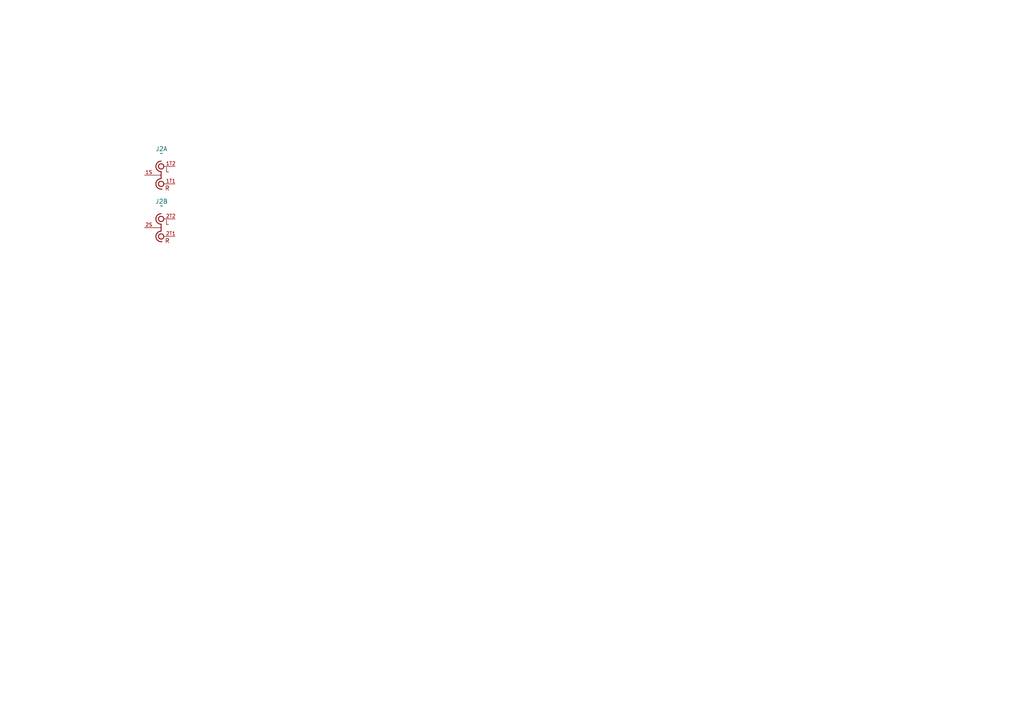
<source format=kicad_sch>
(kicad_sch (version 20231120) (generator "eeschema") (generator_version "8.0")
  (paper "A4")
  (title_block (company "Rafael Riber"))
  (lib_symbols
    (symbol "Connector_Audio:PJRAS2X2"
      (property "Reference" "J" (at 6.604 0.254 0))
      (symbol "PJRAS2X2_1_1"
        (polyline (pts (xy 1.016 0) (xy -1.27 0)))
        (polyline (pts (xy 1.016 1.016) (xy 1.016 -1.016)) (stroke (width 0.254)))
        (polyline (pts (xy 1.778 -2.54) (xy 2.54 -2.54)))
        (polyline (pts (xy 1.778 2.54) (xy 2.54 2.54)))
        (circle (center 1.016 -2.54) (radius 0.762) (stroke (width 0.254)))
        (arc (start 1.016 -1.016) (mid -0.508 -2.54) (end 1.016 -4.064) (stroke (width 0.254)))
        (circle (center 1.016 2.54) (radius 0.762) (stroke (width 0.254)))
        (arc (start 1.016 4.064) (mid -0.508 2.54) (end 1.016 1.016) (stroke (width 0.254)))
        (rectangle (start 1.27 -4.064) (end 1.016 -4.064) (stroke (width 0.254)))
        (text "L" (at 2.794 1.524 0) (effects (font (size 1.27 1.27))))
        (text "R" (at 2.794 -3.81 0) (effects (font (size 1.27 1.27))))
        (pin passive line (at -3.81 0 0) (length 2.54) (name "") (number "1S"))
        (pin output line (at 5.08 -2.54 180) (length 2.54) (name "") (number "1T1"))
        (pin output line (at 5.08 2.54 180) (length 2.54) (name "") (number "1T2"))
      )
      (symbol "PJRAS2X2_2_1"
        (polyline (pts (xy 1.016 0) (xy -1.27 0)))
        (polyline (pts (xy 1.016 1.016) (xy 1.016 -1.016)) (stroke (width 0.254)))
        (polyline (pts (xy 1.778 -2.54) (xy 2.54 -2.54)))
        (polyline (pts (xy 1.778 2.54) (xy 2.54 2.54)))
        (circle (center 1.016 -2.54) (radius 0.762) (stroke (width 0.254)))
        (arc (start 1.016 -1.016) (mid -0.508 -2.54) (end 1.016 -4.064) (stroke (width 0.254)))
        (circle (center 1.016 2.54) (radius 0.762) (stroke (width 0.254)))
        (arc (start 1.016 4.064) (mid -0.508 2.54) (end 1.016 1.016) (stroke (width 0.254)))
        (rectangle (start 1.27 -4.064) (end 1.016 -4.064) (stroke (width 0.254)))
        (text "L" (at 2.794 1.524 0) (effects (font (size 1.27 1.27))))
        (text "R" (at 2.794 -3.81 0) (effects (font (size 1.27 1.27))))
        (pin passive line (at -3.81 0 0) (length 2.54) (name "") (number "2S"))
        (pin output line (at 5.08 -2.54 180) (length 2.54) (name "") (number "2T1"))
        (pin output line (at 5.08 2.54 180) (length 2.54) (name "") (number "2T2"))
      )
    )
  )
  (symbol (lib_id "Connector_Audio:PJRAS2X2") (at 45.72 50.8 0) (unit 1)
    (property "Reference" "J2" (at 46.8551 43.18 0))
    (property "Value" "~" (at 46.8551 44.45 0))
    (property "Footprint" "Connector_Audio:PJRAS2X2" (effects (hide yes)))
    (property "Datasheet" "https://www.mouser.ch/datasheet/2/393/pjras2x2s__x_series_cd-2943209.pdf" (effects (hide yes)))
  )
  (symbol (lib_id "Connector_Audio:PJRAS2X2") (at 45.72 66.04 0) (unit 2)
    (property "Reference" "J2" (at 46.8551 58.42 0))
    (property "Value" "~" (at 46.8551 59.69 0))
    (property "Footprint" "Connector_Audio:PJRAS2X2" (effects (hide yes)))
    (property "Datasheet" "https://www.mouser.ch/datasheet/2/393/pjras2x2s__x_series_cd-2943209.pdf" (effects (hide yes)))
  )
)
</source>
